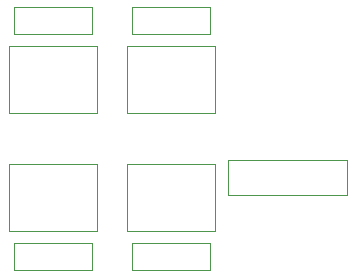
<source format=gbr>
G04 #@! TF.FileFunction,Other,User*
%FSLAX46Y46*%
G04 Gerber Fmt 4.6, Leading zero omitted, Abs format (unit mm)*
G04 Created by KiCad (PCBNEW 4.0.6) date 2017 May 11, Thursday 23:22:10*
%MOMM*%
%LPD*%
G01*
G04 APERTURE LIST*
%ADD10C,1.000000*%
%ADD11C,0.050000*%
G04 APERTURE END LIST*
D10*
D11*
X33317500Y-49082500D02*
X40817500Y-49082500D01*
X33317500Y-54782500D02*
X33317500Y-49082500D01*
X40817500Y-54782500D02*
X33317500Y-54782500D01*
X40817500Y-49082500D02*
X40817500Y-54782500D01*
X33767500Y-48082500D02*
X40367500Y-48082500D01*
X33767500Y-45782500D02*
X40367500Y-45782500D01*
X33767500Y-48082500D02*
X33767500Y-45782500D01*
X40367500Y-48082500D02*
X40367500Y-45782500D01*
X43767500Y-48082500D02*
X50367500Y-48082500D01*
X43767500Y-45782500D02*
X50367500Y-45782500D01*
X43767500Y-48082500D02*
X43767500Y-45782500D01*
X50367500Y-48082500D02*
X50367500Y-45782500D01*
X43317500Y-49082500D02*
X50817500Y-49082500D01*
X43317500Y-54782500D02*
X43317500Y-49082500D01*
X50817500Y-54782500D02*
X43317500Y-54782500D01*
X50817500Y-49082500D02*
X50817500Y-54782500D01*
X33317500Y-59082500D02*
X40817500Y-59082500D01*
X33317500Y-64782500D02*
X33317500Y-59082500D01*
X40817500Y-64782500D02*
X33317500Y-64782500D01*
X40817500Y-59082500D02*
X40817500Y-64782500D01*
X50367500Y-65782500D02*
X43767500Y-65782500D01*
X50367500Y-68082500D02*
X43767500Y-68082500D01*
X50367500Y-65782500D02*
X50367500Y-68082500D01*
X43767500Y-65782500D02*
X43767500Y-68082500D01*
X50817500Y-64782500D02*
X43317500Y-64782500D01*
X50817500Y-59082500D02*
X50817500Y-64782500D01*
X43317500Y-59082500D02*
X50817500Y-59082500D01*
X43317500Y-64782500D02*
X43317500Y-59082500D01*
X33767500Y-68082500D02*
X40367500Y-68082500D01*
X33767500Y-65782500D02*
X40367500Y-65782500D01*
X33767500Y-68082500D02*
X33767500Y-65782500D01*
X40367500Y-68082500D02*
X40367500Y-65782500D01*
X51880000Y-61750000D02*
X61980000Y-61750000D01*
X51880000Y-58750000D02*
X51880000Y-61750000D01*
X61980000Y-61750000D02*
X61980000Y-58750000D01*
X51880000Y-58750000D02*
X61980000Y-58750000D01*
M02*

</source>
